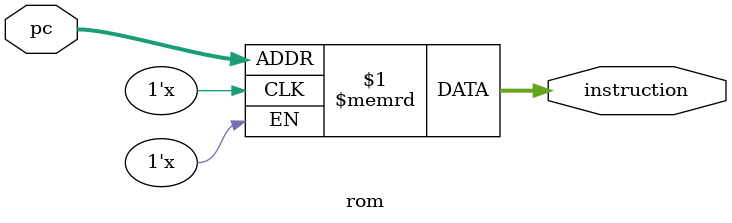
<source format=v>
module rom
#(
   parameter A_SIZE = 10
)
(
// program memory
   input  [A_SIZE-1:0] pc         ,
   output       [15:0] instruction
);


reg [15:0] memory[0:(1<<A_SIZE)-1];


assign instruction = memory[pc];


endmodule
</source>
